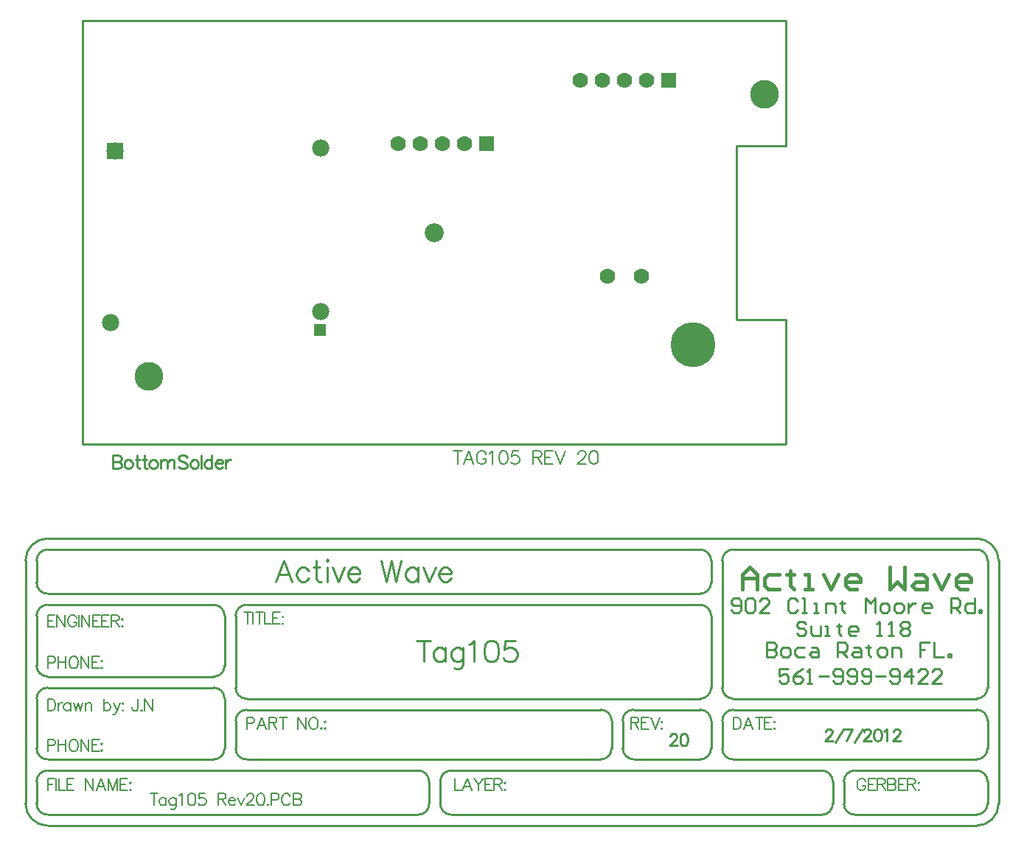
<source format=gbs>
%FSLAX25Y25*%
%MOIN*%
G70*
G01*
G75*
G04 Layer_Color=16711935*
%ADD10R,0.01378X0.03543*%
%ADD11R,0.01378X0.03543*%
%ADD12R,0.05700X0.03500*%
%ADD13R,0.23622X0.11811*%
%ADD14R,0.03000X0.03000*%
%ADD15R,0.05000X0.03600*%
%ADD16R,0.03600X0.03600*%
%ADD17R,0.11000X0.04500*%
%ADD18R,0.03600X0.03600*%
%ADD19R,0.03600X0.05000*%
%ADD20R,0.02000X0.05000*%
%ADD21O,0.01600X0.06000*%
%ADD22R,0.02362X0.02362*%
%ADD23R,0.06299X0.05118*%
%ADD24O,0.01600X0.06000*%
%ADD25R,0.09000X0.02362*%
%ADD26R,0.02362X0.10000*%
%ADD27R,0.07000X0.02362*%
%ADD28R,0.02362X0.09000*%
%ADD29O,0.02400X0.08000*%
%ADD30R,0.10000X0.07000*%
%ADD31R,0.10000X0.10000*%
%ADD32C,0.02000*%
%ADD33R,0.20000X0.10000*%
%ADD34R,0.16000X0.18000*%
%ADD35R,0.09055X0.06693*%
%ADD36R,0.08000X0.06000*%
%ADD37C,0.01200*%
%ADD38R,0.07000X0.11000*%
%ADD39R,0.03000X0.03000*%
%ADD40R,0.03937X0.02165*%
%ADD41C,0.04000*%
%ADD42R,0.07400X0.04500*%
%ADD43C,0.04000*%
%ADD44C,0.01500*%
%ADD45C,0.02500*%
%ADD46C,0.00600*%
%ADD47C,0.01600*%
%ADD48C,0.01000*%
%ADD49C,0.01400*%
%ADD50C,0.00800*%
%ADD51C,0.02000*%
%ADD52C,0.03000*%
%ADD53C,0.07400*%
%ADD54C,0.01200*%
%ADD55C,0.00984*%
%ADD56C,0.00900*%
%ADD57C,0.00500*%
%ADD58C,0.06200*%
%ADD59R,0.06200X0.06200*%
%ADD60C,0.19500*%
%ADD61C,0.07000*%
%ADD62C,0.07800*%
%ADD63C,0.12200*%
%ADD64R,0.05000X0.05000*%
%ADD65C,0.02800*%
%ADD66R,0.07000X0.07000*%
%ADD67C,0.05500*%
%ADD68C,0.00400*%
%ADD69C,0.00600*%
%ADD70R,0.27300X0.01800*%
%ADD71R,0.01778X0.03943*%
%ADD72R,0.01778X0.03943*%
%ADD73R,0.06500X0.04300*%
%ADD74R,0.24422X0.12611*%
%ADD75R,0.03800X0.03800*%
%ADD76R,0.05800X0.04400*%
%ADD77R,0.04400X0.04400*%
%ADD78R,0.11800X0.05300*%
%ADD79R,0.04400X0.04400*%
%ADD80R,0.04400X0.05800*%
%ADD81R,0.02800X0.05800*%
%ADD82O,0.02000X0.06400*%
%ADD83R,0.03162X0.03162*%
%ADD84R,0.07099X0.05918*%
%ADD85O,0.02000X0.06400*%
%ADD86R,0.09400X0.02762*%
%ADD87R,0.02762X0.10400*%
%ADD88R,0.07400X0.02762*%
%ADD89R,0.02762X0.09400*%
%ADD90O,0.03200X0.08800*%
%ADD91R,0.10800X0.07800*%
%ADD92R,0.10800X0.10800*%
%ADD93R,0.20800X0.10800*%
%ADD94R,0.16800X0.18800*%
%ADD95R,0.09855X0.07493*%
%ADD96R,0.08800X0.06800*%
%ADD97R,0.07800X0.11800*%
%ADD98R,0.03800X0.03800*%
%ADD99R,0.04737X0.02965*%
%ADD100C,0.04800*%
%ADD101R,0.08200X0.05300*%
%ADD102R,0.03400X0.03400*%
%ADD103R,0.03400X0.03400*%
%ADD104C,0.20300*%
%ADD105C,0.08600*%
%ADD106C,0.13000*%
%ADD107R,0.05800X0.05800*%
%ADD108R,0.07800X0.07800*%
D44*
X293352Y-70690D02*
Y-64025D01*
X296685Y-60693D01*
X300017Y-64025D01*
Y-70690D01*
Y-65691D01*
X293352D01*
X310014Y-64025D02*
X305015D01*
X303349Y-65691D01*
Y-69024D01*
X305015Y-70690D01*
X310014D01*
X315012Y-62359D02*
Y-64025D01*
X313346D01*
X316678D01*
X315012D01*
Y-69024D01*
X316678Y-70690D01*
X321676D02*
X325009D01*
X323342D01*
Y-64025D01*
X321676D01*
X330007D02*
X333339Y-70690D01*
X336672Y-64025D01*
X345002Y-70690D02*
X341670D01*
X340004Y-69024D01*
Y-65691D01*
X341670Y-64025D01*
X345002D01*
X346668Y-65691D01*
Y-67357D01*
X340004D01*
X359997Y-60693D02*
Y-70690D01*
X363330Y-67357D01*
X366662Y-70690D01*
Y-60693D01*
X371660Y-64025D02*
X374992D01*
X376659Y-65691D01*
Y-70690D01*
X371660D01*
X369994Y-69024D01*
X371660Y-67357D01*
X376659D01*
X379991Y-64025D02*
X383323Y-70690D01*
X386655Y-64025D01*
X394986Y-70690D02*
X391654D01*
X389988Y-69024D01*
Y-65691D01*
X391654Y-64025D01*
X394986D01*
X396652Y-65691D01*
Y-67357D01*
X389988D01*
D46*
X164501Y-8097D02*
Y-14100D01*
X162500Y-8097D02*
X166502D01*
X171790Y-14100D02*
X169503Y-8097D01*
X167216Y-14100D01*
X168074Y-12099D02*
X170932D01*
X177478Y-9527D02*
X177192Y-8955D01*
X176620Y-8383D01*
X176049Y-8097D01*
X174906D01*
X174334Y-8383D01*
X173762Y-8955D01*
X173476Y-9527D01*
X173190Y-10384D01*
Y-11813D01*
X173476Y-12671D01*
X173762Y-13242D01*
X174334Y-13814D01*
X174906Y-14100D01*
X176049D01*
X176620Y-13814D01*
X177192Y-13242D01*
X177478Y-12671D01*
Y-11813D01*
X176049D02*
X177478D01*
X178850Y-9241D02*
X179422Y-8955D01*
X180279Y-8097D01*
Y-14100D01*
X184967Y-8097D02*
X184109Y-8383D01*
X183538Y-9241D01*
X183252Y-10670D01*
Y-11527D01*
X183538Y-12957D01*
X184109Y-13814D01*
X184967Y-14100D01*
X185539D01*
X186396Y-13814D01*
X186968Y-12957D01*
X187254Y-11527D01*
Y-10670D01*
X186968Y-9241D01*
X186396Y-8383D01*
X185539Y-8097D01*
X184967D01*
X192027D02*
X189169D01*
X188883Y-10670D01*
X189169Y-10384D01*
X190026Y-10098D01*
X190884D01*
X191742Y-10384D01*
X192313Y-10956D01*
X192599Y-11813D01*
Y-12385D01*
X192313Y-13242D01*
X191742Y-13814D01*
X190884Y-14100D01*
X190026D01*
X189169Y-13814D01*
X188883Y-13528D01*
X188597Y-12957D01*
X198659Y-8097D02*
Y-14100D01*
Y-8097D02*
X201231D01*
X202089Y-8383D01*
X202375Y-8669D01*
X202661Y-9241D01*
Y-9812D01*
X202375Y-10384D01*
X202089Y-10670D01*
X201231Y-10956D01*
X198659D01*
X200660D02*
X202661Y-14100D01*
X207720Y-8097D02*
X204004D01*
Y-14100D01*
X207720D01*
X204004Y-10956D02*
X206291D01*
X208720Y-8097D02*
X211007Y-14100D01*
X213294Y-8097D02*
X211007Y-14100D01*
X219068Y-9527D02*
Y-9241D01*
X219354Y-8669D01*
X219639Y-8383D01*
X220211Y-8097D01*
X221355D01*
X221926Y-8383D01*
X222212Y-8669D01*
X222498Y-9241D01*
Y-9812D01*
X222212Y-10384D01*
X221640Y-11242D01*
X218782Y-14100D01*
X222784D01*
X225842Y-8097D02*
X224985Y-8383D01*
X224413Y-9241D01*
X224127Y-10670D01*
Y-11527D01*
X224413Y-12957D01*
X224985Y-13814D01*
X225842Y-14100D01*
X226414D01*
X227272Y-13814D01*
X227843Y-12957D01*
X228129Y-11527D01*
Y-10670D01*
X227843Y-9241D01*
X227272Y-8383D01*
X226414Y-8097D01*
X225842D01*
D48*
X-5000Y186500D02*
X313000D01*
Y130000D02*
Y186500D01*
X290500Y62000D02*
Y122900D01*
X313000Y-5000D02*
Y51400D01*
X-5000Y-5000D02*
X313000D01*
X-5000D02*
Y186500D01*
X299000Y51400D02*
X313000D01*
X290500D02*
Y63000D01*
Y51400D02*
X302000D01*
X290500Y121500D02*
Y130000D01*
X313000D01*
X404192Y-130118D02*
G03*
X399292Y-125218I-4900J0D01*
G01*
X289192D02*
G03*
X284192Y-130218I0J-5000D01*
G01*
X399192Y-120218D02*
G03*
X404192Y-115218I0J5000D01*
G01*
X284192D02*
G03*
X289192Y-120218I5000J0D01*
G01*
X-20808Y-47718D02*
G03*
X-30808Y-57718I0J-10000D01*
G01*
Y-167618D02*
G03*
X-20884Y-177716I10100J0D01*
G01*
X399192Y-177718D02*
G03*
X409192Y-167718I0J10000D01*
G01*
Y-57718D02*
G03*
X399192Y-47718I-10000J0D01*
G01*
X404192Y-57618D02*
G03*
X399121Y-52721I-4900J0D01*
G01*
X399192Y-147718D02*
G03*
X404192Y-142718I0J5000D01*
G01*
X404192Y-157630D02*
G03*
X399192Y-152717I-5000J-87D01*
G01*
Y-172718D02*
G03*
X404192Y-167718I0J5000D01*
G01*
X274192Y-147718D02*
G03*
X279192Y-142718I0J5000D01*
G01*
X284192Y-142818D02*
G03*
X289177Y-147717I4900J0D01*
G01*
X279192Y-130118D02*
G03*
X274292Y-125218I-4900J0D01*
G01*
X-25808Y-167718D02*
G03*
X-20895Y-172717I5000J0D01*
G01*
X274279Y-120218D02*
G03*
X279193Y-115218I-87J5000D01*
G01*
X-20808Y-152718D02*
G03*
X-25808Y-157718I0J-5000D01*
G01*
X279192Y-82718D02*
G03*
X274192Y-77718I-5000J0D01*
G01*
Y-72718D02*
G03*
X279192Y-67718I0J5000D01*
G01*
X289192Y-52718D02*
G03*
X284192Y-57718I0J-5000D01*
G01*
X279192D02*
G03*
X274192Y-52718I-5000J0D01*
G01*
X-20808D02*
G03*
X-25808Y-57718I0J-5000D01*
G01*
Y-67718D02*
G03*
X-20808Y-72718I5000J0D01*
G01*
Y-77718D02*
G03*
X-25808Y-82718I0J-5000D01*
G01*
Y-105218D02*
G03*
X-20808Y-110218I5000J0D01*
G01*
Y-115218D02*
G03*
X-25808Y-120218I0J-5000D01*
G01*
Y-142718D02*
G03*
X-20895Y-147717I5000J0D01*
G01*
X69192Y-77718D02*
G03*
X64192Y-82718I0J-5000D01*
G01*
X69192Y-125218D02*
G03*
X64192Y-130218I0J-5000D01*
G01*
X243992Y-125218D02*
G03*
X239199Y-130269I0J-4800D01*
G01*
X239192Y-142618D02*
G03*
X244203Y-147717I5100J0D01*
G01*
X229292Y-147718D02*
G03*
X234191Y-142732I0J4900D01*
G01*
X234192Y-130118D02*
G03*
X229292Y-125218I-4900J0D01*
G01*
X54292Y-147718D02*
G03*
X59192Y-142818I0J4900D01*
G01*
X64192D02*
G03*
X69092Y-147718I4900J0D01*
G01*
X64192Y-115318D02*
G03*
X69092Y-120218I4900J0D01*
G01*
X59192Y-120118D02*
G03*
X54121Y-115221I-4900J0D01*
G01*
X54392Y-110218D02*
G03*
X59192Y-105418I0J4800D01*
G01*
Y-82618D02*
G03*
X54292Y-77718I-4900J0D01*
G01*
X344192Y-152718D02*
G03*
X339192Y-157718I0J-5000D01*
G01*
Y-167818D02*
G03*
X344178Y-172717I4900J0D01*
G01*
X329308Y-172718D02*
G03*
X334190Y-167750I84J4800D01*
G01*
X334192Y-157718D02*
G03*
X329192Y-152718I-5000J0D01*
G01*
X156692Y-167718D02*
G03*
X161605Y-172717I5000J0D01*
G01*
X161692Y-152718D02*
G03*
X156692Y-157718I0J-5000D01*
G01*
X146808Y-172718D02*
G03*
X151690Y-167750I84J4800D01*
G01*
X151692Y-157718D02*
G03*
X146692Y-152718I-5000J0D01*
G01*
X404192Y-142718D02*
Y-130118D01*
X284192Y-142718D02*
Y-130218D01*
X404192Y-115218D02*
Y-57718D01*
X284192Y-115218D02*
Y-57718D01*
X-30808Y-167718D02*
Y-57718D01*
X-25808Y-167718D02*
Y-157718D01*
X404192Y-167718D02*
Y-157718D01*
X279192Y-142718D02*
Y-130218D01*
X239192Y-142718D02*
Y-130218D01*
X64192Y-142718D02*
Y-130218D01*
X234192Y-142718D02*
Y-130218D01*
X64192Y-115218D02*
Y-82718D01*
X279192Y-115218D02*
Y-82718D01*
Y-67718D02*
Y-57718D01*
X-25808Y-67718D02*
Y-57718D01*
X59192Y-105218D02*
Y-82718D01*
X-25808Y-105218D02*
Y-82718D01*
X59192Y-142718D02*
Y-120218D01*
X-25808Y-142718D02*
Y-120218D01*
X409192Y-167718D02*
Y-57718D01*
X339192Y-167718D02*
Y-157718D01*
X334192Y-167718D02*
Y-157718D01*
X156692Y-167718D02*
Y-157718D01*
X151692Y-167718D02*
Y-157718D01*
X289192Y-125218D02*
X399192D01*
X289192Y-120218D02*
X399192D01*
X69192D02*
X274192D01*
X289192Y-52718D02*
X399192D01*
X289192Y-147718D02*
X399192D01*
X244192Y-125218D02*
X274192D01*
X244192Y-147718D02*
X274192D01*
X69192D02*
X229192D01*
X69192Y-125218D02*
X229192D01*
X69192Y-77718D02*
X274192D01*
X-20808Y-72718D02*
X274192D01*
X-20808Y-77718D02*
X54192D01*
X-20808Y-110218D02*
X54192D01*
X-20808Y-115218D02*
X54192D01*
X-20808Y-147718D02*
X54192D01*
X-20808Y-47718D02*
X399192D01*
X-20808Y-177718D02*
X399192D01*
X-20808Y-52718D02*
X274192D01*
X344192Y-152718D02*
X399192D01*
X344192Y-172718D02*
X399192D01*
X161692Y-152718D02*
X329192D01*
X-20808D02*
X146692D01*
X-20808Y-172718D02*
X146692D01*
X161692D02*
X329192D01*
X322117Y-86358D02*
X321051Y-85292D01*
X318919D01*
X317852Y-86358D01*
Y-87424D01*
X318919Y-88491D01*
X321051D01*
X322117Y-89557D01*
Y-90623D01*
X321051Y-91690D01*
X318919D01*
X317852Y-90623D01*
X324250Y-87424D02*
Y-90623D01*
X325317Y-91690D01*
X328516D01*
Y-87424D01*
X330648Y-91690D02*
X332781D01*
X331714D01*
Y-87424D01*
X330648D01*
X337046Y-86358D02*
Y-87424D01*
X335980D01*
X338112D01*
X337046D01*
Y-90623D01*
X338112Y-91690D01*
X344510D02*
X342378D01*
X341311Y-90623D01*
Y-88491D01*
X342378Y-87424D01*
X344510D01*
X345577Y-88491D01*
Y-89557D01*
X341311D01*
X354107Y-91690D02*
X356240D01*
X355173D01*
Y-85292D01*
X354107Y-86358D01*
X359439Y-91690D02*
X361571D01*
X360505D01*
Y-85292D01*
X359439Y-86358D01*
X364770D02*
X365837Y-85292D01*
X367969D01*
X369036Y-86358D01*
Y-87424D01*
X367969Y-88491D01*
X369036Y-89557D01*
Y-90623D01*
X367969Y-91690D01*
X365837D01*
X364770Y-90623D01*
Y-89557D01*
X365837Y-88491D01*
X364770Y-87424D01*
Y-86358D01*
X365837Y-88491D02*
X367969D01*
X314118Y-106792D02*
X309852D01*
Y-109991D01*
X311985Y-108924D01*
X313051D01*
X314118Y-109991D01*
Y-112123D01*
X313051Y-113190D01*
X310919D01*
X309852Y-112123D01*
X320515Y-106792D02*
X318383Y-107858D01*
X316250Y-109991D01*
Y-112123D01*
X317317Y-113190D01*
X319449D01*
X320515Y-112123D01*
Y-111057D01*
X319449Y-109991D01*
X316250D01*
X322648Y-113190D02*
X324781D01*
X323714D01*
Y-106792D01*
X322648Y-107858D01*
X327980Y-109991D02*
X332245D01*
X334378Y-112123D02*
X335444Y-113190D01*
X337577D01*
X338643Y-112123D01*
Y-107858D01*
X337577Y-106792D01*
X335444D01*
X334378Y-107858D01*
Y-108924D01*
X335444Y-109991D01*
X338643D01*
X340776Y-112123D02*
X341842Y-113190D01*
X343974D01*
X345041Y-112123D01*
Y-107858D01*
X343974Y-106792D01*
X341842D01*
X340776Y-107858D01*
Y-108924D01*
X341842Y-109991D01*
X345041D01*
X347174Y-112123D02*
X348240Y-113190D01*
X350373D01*
X351439Y-112123D01*
Y-107858D01*
X350373Y-106792D01*
X348240D01*
X347174Y-107858D01*
Y-108924D01*
X348240Y-109991D01*
X351439D01*
X353571D02*
X357837D01*
X359969Y-112123D02*
X361036Y-113190D01*
X363168D01*
X364235Y-112123D01*
Y-107858D01*
X363168Y-106792D01*
X361036D01*
X359969Y-107858D01*
Y-108924D01*
X361036Y-109991D01*
X364235D01*
X369566Y-113190D02*
Y-106792D01*
X366367Y-109991D01*
X370633D01*
X377030Y-113190D02*
X372765D01*
X377030Y-108924D01*
Y-107858D01*
X375964Y-106792D01*
X373832D01*
X372765Y-107858D01*
X383428Y-113190D02*
X379163D01*
X383428Y-108924D01*
Y-107858D01*
X382362Y-106792D01*
X380229D01*
X379163Y-107858D01*
X288352Y-80123D02*
X289419Y-81190D01*
X291551D01*
X292618Y-80123D01*
Y-75858D01*
X291551Y-74792D01*
X289419D01*
X288352Y-75858D01*
Y-76925D01*
X289419Y-77991D01*
X292618D01*
X294750Y-75858D02*
X295816Y-74792D01*
X297949D01*
X299015Y-75858D01*
Y-80123D01*
X297949Y-81190D01*
X295816D01*
X294750Y-80123D01*
Y-75858D01*
X305413Y-81190D02*
X301148D01*
X305413Y-76925D01*
Y-75858D01*
X304347Y-74792D01*
X302214D01*
X301148Y-75858D01*
X318209D02*
X317143Y-74792D01*
X315010D01*
X313944Y-75858D01*
Y-80123D01*
X315010Y-81190D01*
X317143D01*
X318209Y-80123D01*
X320342Y-81190D02*
X322475D01*
X321408D01*
Y-74792D01*
X320342D01*
X325674Y-81190D02*
X327806D01*
X326740D01*
Y-76925D01*
X325674D01*
X331005Y-81190D02*
Y-76925D01*
X334204D01*
X335270Y-77991D01*
Y-81190D01*
X338469Y-75858D02*
Y-76925D01*
X337403D01*
X339536D01*
X338469D01*
Y-80123D01*
X339536Y-81190D01*
X349133D02*
Y-74792D01*
X351265Y-76925D01*
X353398Y-74792D01*
Y-81190D01*
X356597D02*
X358730D01*
X359796Y-80123D01*
Y-77991D01*
X358730Y-76925D01*
X356597D01*
X355531Y-77991D01*
Y-80123D01*
X356597Y-81190D01*
X362995D02*
X365127D01*
X366194Y-80123D01*
Y-77991D01*
X365127Y-76925D01*
X362995D01*
X361928Y-77991D01*
Y-80123D01*
X362995Y-81190D01*
X368326Y-76925D02*
Y-81190D01*
Y-79057D01*
X369393Y-77991D01*
X370459Y-76925D01*
X371525D01*
X377923Y-81190D02*
X375791D01*
X374724Y-80123D01*
Y-77991D01*
X375791Y-76925D01*
X377923D01*
X378990Y-77991D01*
Y-79057D01*
X374724D01*
X387520Y-81190D02*
Y-74792D01*
X390719D01*
X391785Y-75858D01*
Y-77991D01*
X390719Y-79057D01*
X387520D01*
X389653D02*
X391785Y-81190D01*
X398183Y-74792D02*
Y-81190D01*
X394984D01*
X393918Y-80123D01*
Y-77991D01*
X394984Y-76925D01*
X398183D01*
X400316Y-81190D02*
Y-80123D01*
X401382D01*
Y-81190D01*
X400316D01*
X304352Y-94792D02*
Y-101190D01*
X307551D01*
X308617Y-100123D01*
Y-99057D01*
X307551Y-97991D01*
X304352D01*
X307551D01*
X308617Y-96925D01*
Y-95858D01*
X307551Y-94792D01*
X304352D01*
X311817Y-101190D02*
X313949D01*
X315016Y-100123D01*
Y-97991D01*
X313949Y-96925D01*
X311817D01*
X310750Y-97991D01*
Y-100123D01*
X311817Y-101190D01*
X321413Y-96925D02*
X318214D01*
X317148Y-97991D01*
Y-100123D01*
X318214Y-101190D01*
X321413D01*
X324612Y-96925D02*
X326745D01*
X327811Y-97991D01*
Y-101190D01*
X324612D01*
X323546Y-100123D01*
X324612Y-99057D01*
X327811D01*
X336342Y-101190D02*
Y-94792D01*
X339541D01*
X340607Y-95858D01*
Y-97991D01*
X339541Y-99057D01*
X336342D01*
X338474D02*
X340607Y-101190D01*
X343806Y-96925D02*
X345939D01*
X347005Y-97991D01*
Y-101190D01*
X343806D01*
X342740Y-100123D01*
X343806Y-99057D01*
X347005D01*
X350204Y-95858D02*
Y-96925D01*
X349138D01*
X351270D01*
X350204D01*
Y-100123D01*
X351270Y-101190D01*
X355536D02*
X357668D01*
X358735Y-100123D01*
Y-97991D01*
X357668Y-96925D01*
X355536D01*
X354469Y-97991D01*
Y-100123D01*
X355536Y-101190D01*
X360867D02*
Y-96925D01*
X364066D01*
X365133Y-97991D01*
Y-101190D01*
X377928Y-94792D02*
X373663D01*
Y-97991D01*
X375796D01*
X373663D01*
Y-101190D01*
X380061Y-94792D02*
Y-101190D01*
X384326D01*
X386459D02*
Y-100123D01*
X387525D01*
Y-101190D01*
X386459D01*
D50*
X20028Y-120491D02*
Y-124554D01*
X19774Y-125315D01*
X19520Y-125569D01*
X19012Y-125823D01*
X18504D01*
X17996Y-125569D01*
X17742Y-125315D01*
X17489Y-124554D01*
Y-124046D01*
X21653Y-125315D02*
X21399Y-125569D01*
X21653Y-125823D01*
X21907Y-125569D01*
X21653Y-125315D01*
X23075Y-120491D02*
Y-125823D01*
Y-120491D02*
X26629Y-125823D01*
Y-120491D02*
Y-125823D01*
D55*
X8500Y-10097D02*
Y-16100D01*
Y-10097D02*
X11073D01*
X11930Y-10383D01*
X12216Y-10669D01*
X12502Y-11241D01*
Y-11812D01*
X12216Y-12384D01*
X11930Y-12670D01*
X11073Y-12956D01*
X8500D02*
X11073D01*
X11930Y-13242D01*
X12216Y-13527D01*
X12502Y-14099D01*
Y-14957D01*
X12216Y-15528D01*
X11930Y-15814D01*
X11073Y-16100D01*
X8500D01*
X15274Y-12098D02*
X14703Y-12384D01*
X14131Y-12956D01*
X13845Y-13813D01*
Y-14385D01*
X14131Y-15243D01*
X14703Y-15814D01*
X15274Y-16100D01*
X16132D01*
X16704Y-15814D01*
X17275Y-15243D01*
X17561Y-14385D01*
Y-13813D01*
X17275Y-12956D01*
X16704Y-12384D01*
X16132Y-12098D01*
X15274D01*
X19734Y-10097D02*
Y-14957D01*
X20019Y-15814D01*
X20591Y-16100D01*
X21163D01*
X18876Y-12098D02*
X20877D01*
X22878Y-10097D02*
Y-14957D01*
X23164Y-15814D01*
X23735Y-16100D01*
X24307D01*
X22020Y-12098D02*
X24021D01*
X26594D02*
X26022Y-12384D01*
X25450Y-12956D01*
X25164Y-13813D01*
Y-14385D01*
X25450Y-15243D01*
X26022Y-15814D01*
X26594Y-16100D01*
X27451D01*
X28023Y-15814D01*
X28595Y-15243D01*
X28881Y-14385D01*
Y-13813D01*
X28595Y-12956D01*
X28023Y-12384D01*
X27451Y-12098D01*
X26594D01*
X30195D02*
Y-16100D01*
Y-13242D02*
X31053Y-12384D01*
X31624Y-12098D01*
X32482D01*
X33054Y-12384D01*
X33340Y-13242D01*
Y-16100D01*
Y-13242D02*
X34197Y-12384D01*
X34769Y-12098D01*
X35626D01*
X36198Y-12384D01*
X36484Y-13242D01*
Y-16100D01*
X42372Y-10955D02*
X41800Y-10383D01*
X40943Y-10097D01*
X39800D01*
X38942Y-10383D01*
X38370Y-10955D01*
Y-11527D01*
X38656Y-12098D01*
X38942Y-12384D01*
X39514Y-12670D01*
X41229Y-13242D01*
X41800Y-13527D01*
X42086Y-13813D01*
X42372Y-14385D01*
Y-15243D01*
X41800Y-15814D01*
X40943Y-16100D01*
X39800D01*
X38942Y-15814D01*
X38370Y-15243D01*
X45145Y-12098D02*
X44573Y-12384D01*
X44001Y-12956D01*
X43716Y-13813D01*
Y-14385D01*
X44001Y-15243D01*
X44573Y-15814D01*
X45145Y-16100D01*
X46002D01*
X46574Y-15814D01*
X47146Y-15243D01*
X47431Y-14385D01*
Y-13813D01*
X47146Y-12956D01*
X46574Y-12384D01*
X46002Y-12098D01*
X45145D01*
X48746Y-10097D02*
Y-16100D01*
X53434Y-10097D02*
Y-16100D01*
Y-12956D02*
X52863Y-12384D01*
X52291Y-12098D01*
X51433D01*
X50862Y-12384D01*
X50290Y-12956D01*
X50004Y-13813D01*
Y-14385D01*
X50290Y-15243D01*
X50862Y-15814D01*
X51433Y-16100D01*
X52291D01*
X52863Y-15814D01*
X53434Y-15243D01*
X55035Y-13813D02*
X58465D01*
Y-13242D01*
X58179Y-12670D01*
X57893Y-12384D01*
X57322Y-12098D01*
X56464D01*
X55892Y-12384D01*
X55321Y-12956D01*
X55035Y-13813D01*
Y-14385D01*
X55321Y-15243D01*
X55892Y-15814D01*
X56464Y-16100D01*
X57322D01*
X57893Y-15814D01*
X58465Y-15243D01*
X59751Y-12098D02*
Y-16100D01*
Y-13813D02*
X60037Y-12956D01*
X60609Y-12384D01*
X61180Y-12098D01*
X62038D01*
D56*
X330923Y-135201D02*
Y-134947D01*
X331177Y-134439D01*
X331431Y-134185D01*
X331939Y-133931D01*
X332954D01*
X333462Y-134185D01*
X333716Y-134439D01*
X333970Y-134947D01*
Y-135455D01*
X333716Y-135963D01*
X333208Y-136724D01*
X330669Y-139264D01*
X334224D01*
X335417Y-140025D02*
X338972Y-133931D01*
X342882D02*
X340343Y-139264D01*
X339328Y-133931D02*
X342882D01*
X344076Y-140025D02*
X347631Y-133931D01*
X348240Y-135201D02*
Y-134947D01*
X348494Y-134439D01*
X348748Y-134185D01*
X349256Y-133931D01*
X350272D01*
X350779Y-134185D01*
X351033Y-134439D01*
X351287Y-134947D01*
Y-135455D01*
X351033Y-135963D01*
X350525Y-136724D01*
X347986Y-139264D01*
X351541D01*
X354258Y-133931D02*
X353496Y-134185D01*
X352988Y-134947D01*
X352734Y-136217D01*
Y-136978D01*
X352988Y-138248D01*
X353496Y-139010D01*
X354258Y-139264D01*
X354766D01*
X355528Y-139010D01*
X356035Y-138248D01*
X356289Y-136978D01*
Y-136217D01*
X356035Y-134947D01*
X355528Y-134185D01*
X354766Y-133931D01*
X354258D01*
X357483Y-134947D02*
X357991Y-134693D01*
X358752Y-133931D01*
Y-139264D01*
X361647Y-135201D02*
Y-134947D01*
X361901Y-134439D01*
X362155Y-134185D01*
X362663Y-133931D01*
X363678D01*
X364186Y-134185D01*
X364440Y-134439D01*
X364694Y-134947D01*
Y-135455D01*
X364440Y-135963D01*
X363932Y-136724D01*
X361393Y-139264D01*
X364948D01*
X260696Y-137405D02*
Y-137151D01*
X260950Y-136643D01*
X261204Y-136389D01*
X261712Y-136135D01*
X262727D01*
X263235Y-136389D01*
X263489Y-136643D01*
X263743Y-137151D01*
Y-137659D01*
X263489Y-138167D01*
X262981Y-138928D01*
X260442Y-141468D01*
X263997D01*
X266714Y-136135D02*
X265952Y-136389D01*
X265444Y-137151D01*
X265190Y-138421D01*
Y-139182D01*
X265444Y-140452D01*
X265952Y-141214D01*
X266714Y-141468D01*
X267221D01*
X267983Y-141214D01*
X268491Y-140452D01*
X268745Y-139182D01*
Y-138421D01*
X268491Y-137151D01*
X267983Y-136389D01*
X267221Y-136135D01*
X266714D01*
X89505Y-67218D02*
X85848Y-57620D01*
X82192Y-67218D01*
X83563Y-64018D02*
X88134D01*
X97229Y-62190D02*
X96315Y-61276D01*
X95401Y-60819D01*
X94029D01*
X93115Y-61276D01*
X92201Y-62190D01*
X91744Y-63561D01*
Y-64475D01*
X92201Y-65847D01*
X93115Y-66761D01*
X94029Y-67218D01*
X95401D01*
X96315Y-66761D01*
X97229Y-65847D01*
X100656Y-57620D02*
Y-65390D01*
X101114Y-66761D01*
X102028Y-67218D01*
X102942D01*
X99285Y-60819D02*
X102485D01*
X105227Y-57620D02*
X105684Y-58077D01*
X106141Y-57620D01*
X105684Y-57163D01*
X105227Y-57620D01*
X105684Y-60819D02*
Y-67218D01*
X107832Y-60819D02*
X110574Y-67218D01*
X113317Y-60819D02*
X110574Y-67218D01*
X114871Y-63561D02*
X120355D01*
Y-62647D01*
X119898Y-61733D01*
X119441Y-61276D01*
X118527Y-60819D01*
X117156D01*
X116242Y-61276D01*
X115328Y-62190D01*
X114871Y-63561D01*
Y-64475D01*
X115328Y-65847D01*
X116242Y-66761D01*
X117156Y-67218D01*
X118527D01*
X119441Y-66761D01*
X120355Y-65847D01*
X129953Y-57620D02*
X132238Y-67218D01*
X134523Y-57620D02*
X132238Y-67218D01*
X134523Y-57620D02*
X136809Y-67218D01*
X139094Y-57620D02*
X136809Y-67218D01*
X146498Y-60819D02*
Y-67218D01*
Y-62190D02*
X145584Y-61276D01*
X144670Y-60819D01*
X143299D01*
X142385Y-61276D01*
X141471Y-62190D01*
X141014Y-63561D01*
Y-64475D01*
X141471Y-65847D01*
X142385Y-66761D01*
X143299Y-67218D01*
X144670D01*
X145584Y-66761D01*
X146498Y-65847D01*
X149058Y-60819D02*
X151800Y-67218D01*
X154542Y-60819D02*
X151800Y-67218D01*
X156096Y-63561D02*
X161581D01*
Y-62647D01*
X161124Y-61733D01*
X160667Y-61276D01*
X159752Y-60819D01*
X158381D01*
X157467Y-61276D01*
X156553Y-62190D01*
X156096Y-63561D01*
Y-64475D01*
X156553Y-65847D01*
X157467Y-66761D01*
X158381Y-67218D01*
X159752D01*
X160667Y-66761D01*
X161581Y-65847D01*
X149199Y-93902D02*
Y-103500D01*
X146000Y-93902D02*
X152399D01*
X159026Y-97101D02*
Y-103500D01*
Y-98472D02*
X158112Y-97558D01*
X157198Y-97101D01*
X155826D01*
X154912Y-97558D01*
X153998Y-98472D01*
X153541Y-99844D01*
Y-100758D01*
X153998Y-102129D01*
X154912Y-103043D01*
X155826Y-103500D01*
X157198D01*
X158112Y-103043D01*
X159026Y-102129D01*
X167070Y-97101D02*
Y-104414D01*
X166613Y-105785D01*
X166156Y-106242D01*
X165242Y-106699D01*
X163871D01*
X162956Y-106242D01*
X167070Y-98472D02*
X166156Y-97558D01*
X165242Y-97101D01*
X163871D01*
X162956Y-97558D01*
X162042Y-98472D01*
X161585Y-99844D01*
Y-100758D01*
X162042Y-102129D01*
X162956Y-103043D01*
X163871Y-103500D01*
X165242D01*
X166156Y-103043D01*
X167070Y-102129D01*
X169629Y-95730D02*
X170543Y-95273D01*
X171914Y-93902D01*
Y-103500D01*
X179410Y-93902D02*
X178039Y-94359D01*
X177125Y-95730D01*
X176668Y-98015D01*
Y-99387D01*
X177125Y-101672D01*
X178039Y-103043D01*
X179410Y-103500D01*
X180324D01*
X181695Y-103043D01*
X182609Y-101672D01*
X183066Y-99387D01*
Y-98015D01*
X182609Y-95730D01*
X181695Y-94359D01*
X180324Y-93902D01*
X179410D01*
X190699D02*
X186128D01*
X185671Y-98015D01*
X186128Y-97558D01*
X187500Y-97101D01*
X188871D01*
X190242Y-97558D01*
X191156Y-98472D01*
X191613Y-99844D01*
Y-100758D01*
X191156Y-102129D01*
X190242Y-103043D01*
X188871Y-103500D01*
X187500D01*
X186128Y-103043D01*
X185671Y-102586D01*
X185214Y-101672D01*
D57*
X289192Y-128636D02*
Y-133968D01*
Y-128636D02*
X290969D01*
X291731Y-128889D01*
X292239Y-129397D01*
X292493Y-129905D01*
X292747Y-130667D01*
Y-131936D01*
X292493Y-132698D01*
X292239Y-133206D01*
X291731Y-133714D01*
X290969Y-133968D01*
X289192D01*
X298003D02*
X295971Y-128636D01*
X293940Y-133968D01*
X294702Y-132190D02*
X297241D01*
X301024Y-128636D02*
Y-133968D01*
X299247Y-128636D02*
X302802D01*
X306737D02*
X303437D01*
Y-133968D01*
X306737D01*
X303437Y-131175D02*
X305468D01*
X307880Y-130413D02*
X307626Y-130667D01*
X307880Y-130921D01*
X308134Y-130667D01*
X307880Y-130413D01*
Y-133460D02*
X307626Y-133714D01*
X307880Y-133968D01*
X308134Y-133714D01*
X307880Y-133460D01*
X242942Y-128636D02*
Y-133968D01*
Y-128636D02*
X245227D01*
X245989Y-128889D01*
X246243Y-129143D01*
X246497Y-129651D01*
Y-130159D01*
X246243Y-130667D01*
X245989Y-130921D01*
X245227Y-131175D01*
X242942D01*
X244719D02*
X246497Y-133968D01*
X250991Y-128636D02*
X247690D01*
Y-133968D01*
X250991D01*
X247690Y-131175D02*
X249722D01*
X251880Y-128636D02*
X253911Y-133968D01*
X255943Y-128636D02*
X253911Y-133968D01*
X256882Y-130413D02*
X256628Y-130667D01*
X256882Y-130921D01*
X257136Y-130667D01*
X256882Y-130413D01*
Y-133460D02*
X256628Y-133714D01*
X256882Y-133968D01*
X257136Y-133714D01*
X256882Y-133460D01*
X-20808Y-103928D02*
X-18523D01*
X-17761Y-103675D01*
X-17507Y-103421D01*
X-17253Y-102913D01*
Y-102151D01*
X-17507Y-101643D01*
X-17761Y-101389D01*
X-18523Y-101136D01*
X-20808D01*
Y-106468D01*
X-16060Y-101136D02*
Y-106468D01*
X-12505Y-101136D02*
Y-106468D01*
X-16060Y-103675D02*
X-12505D01*
X-9509Y-101136D02*
X-10017Y-101389D01*
X-10524Y-101897D01*
X-10778Y-102405D01*
X-11032Y-103167D01*
Y-104436D01*
X-10778Y-105198D01*
X-10524Y-105706D01*
X-10017Y-106214D01*
X-9509Y-106468D01*
X-8493D01*
X-7985Y-106214D01*
X-7478Y-105706D01*
X-7224Y-105198D01*
X-6970Y-104436D01*
Y-103167D01*
X-7224Y-102405D01*
X-7478Y-101897D01*
X-7985Y-101389D01*
X-8493Y-101136D01*
X-9509D01*
X-5725D02*
Y-106468D01*
Y-101136D02*
X-2171Y-106468D01*
Y-101136D02*
Y-106468D01*
X2603Y-101136D02*
X-698D01*
Y-106468D01*
X2603D01*
X-698Y-103675D02*
X1333D01*
X3746Y-102913D02*
X3492Y-103167D01*
X3746Y-103421D01*
X3999Y-103167D01*
X3746Y-102913D01*
Y-105960D02*
X3492Y-106214D01*
X3746Y-106468D01*
X3999Y-106214D01*
X3746Y-105960D01*
X-20808Y-141428D02*
X-18523D01*
X-17761Y-141175D01*
X-17507Y-140921D01*
X-17253Y-140413D01*
Y-139651D01*
X-17507Y-139143D01*
X-17761Y-138889D01*
X-18523Y-138636D01*
X-20808D01*
Y-143968D01*
X-16060Y-138636D02*
Y-143968D01*
X-12505Y-138636D02*
Y-143968D01*
X-16060Y-141175D02*
X-12505D01*
X-9509Y-138636D02*
X-10017Y-138889D01*
X-10524Y-139397D01*
X-10778Y-139905D01*
X-11032Y-140667D01*
Y-141936D01*
X-10778Y-142698D01*
X-10524Y-143206D01*
X-10017Y-143714D01*
X-9509Y-143968D01*
X-8493D01*
X-7985Y-143714D01*
X-7478Y-143206D01*
X-7224Y-142698D01*
X-6970Y-141936D01*
Y-140667D01*
X-7224Y-139905D01*
X-7478Y-139397D01*
X-7985Y-138889D01*
X-8493Y-138636D01*
X-9509D01*
X-5725D02*
Y-143968D01*
Y-138636D02*
X-2171Y-143968D01*
Y-138636D02*
Y-143968D01*
X2603Y-138636D02*
X-698D01*
Y-143968D01*
X2603D01*
X-698Y-141175D02*
X1333D01*
X3746Y-140413D02*
X3492Y-140667D01*
X3746Y-140921D01*
X3999Y-140667D01*
X3746Y-140413D01*
Y-143460D02*
X3492Y-143714D01*
X3746Y-143968D01*
X3999Y-143714D01*
X3746Y-143460D01*
X163192Y-156386D02*
Y-161718D01*
X166239D01*
X170886D02*
X168854Y-156386D01*
X166823Y-161718D01*
X167585Y-159940D02*
X170124D01*
X172130Y-156386D02*
X174161Y-158925D01*
Y-161718D01*
X176192Y-156386D02*
X174161Y-158925D01*
X180179Y-156386D02*
X176878D01*
Y-161718D01*
X180179D01*
X176878Y-158925D02*
X178909D01*
X181068Y-156386D02*
Y-161718D01*
Y-156386D02*
X183353D01*
X184115Y-156639D01*
X184369Y-156893D01*
X184622Y-157401D01*
Y-157909D01*
X184369Y-158417D01*
X184115Y-158671D01*
X183353Y-158925D01*
X181068D01*
X182845D02*
X184622Y-161718D01*
X186070Y-158163D02*
X185816Y-158417D01*
X186070Y-158671D01*
X186324Y-158417D01*
X186070Y-158163D01*
Y-161210D02*
X185816Y-161464D01*
X186070Y-161718D01*
X186324Y-161464D01*
X186070Y-161210D01*
X-17507Y-82385D02*
X-20808D01*
Y-87718D01*
X-17507D01*
X-20808Y-84925D02*
X-18777D01*
X-16618Y-82385D02*
Y-87718D01*
Y-82385D02*
X-13064Y-87718D01*
Y-82385D02*
Y-87718D01*
X-7782Y-83655D02*
X-8036Y-83147D01*
X-8544Y-82639D01*
X-9052Y-82385D01*
X-10067D01*
X-10575Y-82639D01*
X-11083Y-83147D01*
X-11337Y-83655D01*
X-11591Y-84417D01*
Y-85686D01*
X-11337Y-86448D01*
X-11083Y-86956D01*
X-10575Y-87464D01*
X-10067Y-87718D01*
X-9052D01*
X-8544Y-87464D01*
X-8036Y-86956D01*
X-7782Y-86448D01*
Y-85686D01*
X-9052D02*
X-7782D01*
X-6563Y-82385D02*
Y-87718D01*
X-5446Y-82385D02*
Y-87718D01*
Y-82385D02*
X-1891Y-87718D01*
Y-82385D02*
Y-87718D01*
X2882Y-82385D02*
X-419D01*
Y-87718D01*
X2882D01*
X-419Y-84925D02*
X1613D01*
X7072Y-82385D02*
X3771D01*
Y-87718D01*
X7072D01*
X3771Y-84925D02*
X5802D01*
X7961Y-82385D02*
Y-87718D01*
Y-82385D02*
X10246D01*
X11008Y-82639D01*
X11261Y-82893D01*
X11515Y-83401D01*
Y-83909D01*
X11261Y-84417D01*
X11008Y-84671D01*
X10246Y-84925D01*
X7961D01*
X9738D02*
X11515Y-87718D01*
X12963Y-84163D02*
X12709Y-84417D01*
X12963Y-84671D01*
X13217Y-84417D01*
X12963Y-84163D01*
Y-87210D02*
X12709Y-87464D01*
X12963Y-87718D01*
X13217Y-87464D01*
X12963Y-87210D01*
X69192Y-131429D02*
X71477D01*
X72239Y-131175D01*
X72493Y-130921D01*
X72747Y-130413D01*
Y-129651D01*
X72493Y-129143D01*
X72239Y-128889D01*
X71477Y-128636D01*
X69192D01*
Y-133968D01*
X78003D02*
X75972Y-128636D01*
X73940Y-133968D01*
X74702Y-132190D02*
X77241D01*
X79247Y-128636D02*
Y-133968D01*
Y-128636D02*
X81532D01*
X82294Y-128889D01*
X82548Y-129143D01*
X82802Y-129651D01*
Y-130159D01*
X82548Y-130667D01*
X82294Y-130921D01*
X81532Y-131175D01*
X79247D01*
X81024D02*
X82802Y-133968D01*
X85773Y-128636D02*
Y-133968D01*
X83995Y-128636D02*
X87550D01*
X92374D02*
Y-133968D01*
Y-128636D02*
X95929Y-133968D01*
Y-128636D02*
Y-133968D01*
X98926Y-128636D02*
X98418Y-128889D01*
X97910Y-129397D01*
X97656Y-129905D01*
X97402Y-130667D01*
Y-131936D01*
X97656Y-132698D01*
X97910Y-133206D01*
X98418Y-133714D01*
X98926Y-133968D01*
X99941D01*
X100449Y-133714D01*
X100957Y-133206D01*
X101211Y-132698D01*
X101465Y-131936D01*
Y-130667D01*
X101211Y-129905D01*
X100957Y-129397D01*
X100449Y-128889D01*
X99941Y-128636D01*
X98926D01*
X102963Y-133460D02*
X102709Y-133714D01*
X102963Y-133968D01*
X103217Y-133714D01*
X102963Y-133460D01*
X104639Y-130413D02*
X104385Y-130667D01*
X104639Y-130921D01*
X104893Y-130667D01*
X104639Y-130413D01*
Y-133460D02*
X104385Y-133714D01*
X104639Y-133968D01*
X104893Y-133714D01*
X104639Y-133460D01*
X69719Y-81135D02*
Y-86468D01*
X67942Y-81135D02*
X71497D01*
X72132D02*
Y-86468D01*
X75026Y-81135D02*
Y-86468D01*
X73249Y-81135D02*
X76804D01*
X77438D02*
Y-86468D01*
X80485D01*
X84370Y-81135D02*
X81069D01*
Y-86468D01*
X84370D01*
X81069Y-83675D02*
X83101D01*
X85513Y-82913D02*
X85259Y-83167D01*
X85513Y-83421D01*
X85767Y-83167D01*
X85513Y-82913D01*
Y-85960D02*
X85259Y-86214D01*
X85513Y-86468D01*
X85767Y-86214D01*
X85513Y-85960D01*
X-20808Y-120386D02*
Y-125718D01*
Y-120386D02*
X-19031D01*
X-18269Y-120639D01*
X-17761Y-121147D01*
X-17507Y-121655D01*
X-17253Y-122417D01*
Y-123686D01*
X-17507Y-124448D01*
X-17761Y-124956D01*
X-18269Y-125464D01*
X-19031Y-125718D01*
X-20808D01*
X-16060Y-122163D02*
Y-125718D01*
Y-123686D02*
X-15806Y-122925D01*
X-15298Y-122417D01*
X-14790Y-122163D01*
X-14029D01*
X-10499D02*
Y-125718D01*
Y-122925D02*
X-11007Y-122417D01*
X-11515Y-122163D01*
X-12276D01*
X-12784Y-122417D01*
X-13292Y-122925D01*
X-13546Y-123686D01*
Y-124194D01*
X-13292Y-124956D01*
X-12784Y-125464D01*
X-12276Y-125718D01*
X-11515D01*
X-11007Y-125464D01*
X-10499Y-124956D01*
X-9077Y-122163D02*
X-8061Y-125718D01*
X-7046Y-122163D02*
X-8061Y-125718D01*
X-7046Y-122163D02*
X-6030Y-125718D01*
X-5015Y-122163D02*
X-6030Y-125718D01*
X-3770Y-122163D02*
Y-125718D01*
Y-123179D02*
X-3008Y-122417D01*
X-2501Y-122163D01*
X-1739D01*
X-1231Y-122417D01*
X-977Y-123179D01*
Y-125718D01*
X4609Y-120386D02*
Y-125718D01*
Y-122925D02*
X5117Y-122417D01*
X5625Y-122163D01*
X6386D01*
X6894Y-122417D01*
X7402Y-122925D01*
X7656Y-123686D01*
Y-124194D01*
X7402Y-124956D01*
X6894Y-125464D01*
X6386Y-125718D01*
X5625D01*
X5117Y-125464D01*
X4609Y-124956D01*
X9052Y-122163D02*
X10576Y-125718D01*
X12099Y-122163D02*
X10576Y-125718D01*
X10068Y-126733D01*
X9560Y-127241D01*
X9052Y-127495D01*
X8799D01*
X13242Y-122163D02*
X12988Y-122417D01*
X13242Y-122671D01*
X13496Y-122417D01*
X13242Y-122163D01*
Y-125210D02*
X12988Y-125464D01*
X13242Y-125718D01*
X13496Y-125464D01*
X13242Y-125210D01*
X-20808Y-156386D02*
Y-161718D01*
Y-156386D02*
X-17507D01*
X-20808Y-158925D02*
X-18777D01*
X-16898Y-156386D02*
Y-161718D01*
X-15780Y-156386D02*
Y-161718D01*
X-12733D01*
X-8849Y-156386D02*
X-12150D01*
Y-161718D01*
X-8849D01*
X-12150Y-158925D02*
X-10118D01*
X-3770Y-156386D02*
Y-161718D01*
Y-156386D02*
X-216Y-161718D01*
Y-156386D02*
Y-161718D01*
X5320D02*
X3289Y-156386D01*
X1257Y-161718D01*
X2019Y-159940D02*
X4558D01*
X6564Y-156386D02*
Y-161718D01*
Y-156386D02*
X8595Y-161718D01*
X10627Y-156386D02*
X8595Y-161718D01*
X10627Y-156386D02*
Y-161718D01*
X15451Y-156386D02*
X12150D01*
Y-161718D01*
X15451D01*
X12150Y-158925D02*
X14182D01*
X16594Y-158163D02*
X16340Y-158417D01*
X16594Y-158671D01*
X16848Y-158417D01*
X16594Y-158163D01*
Y-161210D02*
X16340Y-161464D01*
X16594Y-161718D01*
X16848Y-161464D01*
X16594Y-161210D01*
X349001Y-157655D02*
X348747Y-157147D01*
X348239Y-156639D01*
X347731Y-156386D01*
X346715D01*
X346208Y-156639D01*
X345700Y-157147D01*
X345446Y-157655D01*
X345192Y-158417D01*
Y-159686D01*
X345446Y-160448D01*
X345700Y-160956D01*
X346208Y-161464D01*
X346715Y-161718D01*
X347731D01*
X348239Y-161464D01*
X348747Y-160956D01*
X349001Y-160448D01*
Y-159686D01*
X347731D02*
X349001D01*
X353520Y-156386D02*
X350219D01*
Y-161718D01*
X353520D01*
X350219Y-158925D02*
X352251D01*
X354409Y-156386D02*
Y-161718D01*
Y-156386D02*
X356694D01*
X357456Y-156639D01*
X357710Y-156893D01*
X357964Y-157401D01*
Y-157909D01*
X357710Y-158417D01*
X357456Y-158671D01*
X356694Y-158925D01*
X354409D01*
X356187D02*
X357964Y-161718D01*
X359157Y-156386D02*
Y-161718D01*
Y-156386D02*
X361443D01*
X362204Y-156639D01*
X362458Y-156893D01*
X362712Y-157401D01*
Y-157909D01*
X362458Y-158417D01*
X362204Y-158671D01*
X361443Y-158925D01*
X359157D02*
X361443D01*
X362204Y-159178D01*
X362458Y-159432D01*
X362712Y-159940D01*
Y-160702D01*
X362458Y-161210D01*
X362204Y-161464D01*
X361443Y-161718D01*
X359157D01*
X367206Y-156386D02*
X363906D01*
Y-161718D01*
X367206D01*
X363906Y-158925D02*
X365937D01*
X368095Y-156386D02*
Y-161718D01*
Y-156386D02*
X370380D01*
X371142Y-156639D01*
X371396Y-156893D01*
X371650Y-157401D01*
Y-157909D01*
X371396Y-158417D01*
X371142Y-158671D01*
X370380Y-158925D01*
X368095D01*
X369873D02*
X371650Y-161718D01*
X373097Y-158163D02*
X372843Y-158417D01*
X373097Y-158671D01*
X373351Y-158417D01*
X373097Y-158163D01*
Y-161210D02*
X372843Y-161464D01*
X373097Y-161718D01*
X373351Y-161464D01*
X373097Y-161210D01*
X27277Y-163168D02*
Y-168500D01*
X25500Y-163168D02*
X29055D01*
X32737Y-164945D02*
Y-168500D01*
Y-165707D02*
X32229Y-165199D01*
X31721Y-164945D01*
X30959D01*
X30451Y-165199D01*
X29943Y-165707D01*
X29690Y-166469D01*
Y-166976D01*
X29943Y-167738D01*
X30451Y-168246D01*
X30959Y-168500D01*
X31721D01*
X32229Y-168246D01*
X32737Y-167738D01*
X37205Y-164945D02*
Y-169008D01*
X36952Y-169770D01*
X36698Y-170024D01*
X36190Y-170277D01*
X35428D01*
X34920Y-170024D01*
X37205Y-165707D02*
X36698Y-165199D01*
X36190Y-164945D01*
X35428D01*
X34920Y-165199D01*
X34412Y-165707D01*
X34159Y-166469D01*
Y-166976D01*
X34412Y-167738D01*
X34920Y-168246D01*
X35428Y-168500D01*
X36190D01*
X36698Y-168246D01*
X37205Y-167738D01*
X38627Y-164183D02*
X39135Y-163929D01*
X39897Y-163168D01*
Y-168500D01*
X44061Y-163168D02*
X43299Y-163422D01*
X42792Y-164183D01*
X42538Y-165453D01*
Y-166215D01*
X42792Y-167484D01*
X43299Y-168246D01*
X44061Y-168500D01*
X44569D01*
X45331Y-168246D01*
X45839Y-167484D01*
X46093Y-166215D01*
Y-165453D01*
X45839Y-164183D01*
X45331Y-163422D01*
X44569Y-163168D01*
X44061D01*
X50333D02*
X47794D01*
X47540Y-165453D01*
X47794Y-165199D01*
X48555Y-164945D01*
X49317D01*
X50079Y-165199D01*
X50587Y-165707D01*
X50841Y-166469D01*
Y-166976D01*
X50587Y-167738D01*
X50079Y-168246D01*
X49317Y-168500D01*
X48555D01*
X47794Y-168246D01*
X47540Y-167992D01*
X47286Y-167484D01*
X56224Y-163168D02*
Y-168500D01*
Y-163168D02*
X58509D01*
X59271Y-163422D01*
X59525Y-163676D01*
X59778Y-164183D01*
Y-164691D01*
X59525Y-165199D01*
X59271Y-165453D01*
X58509Y-165707D01*
X56224D01*
X58001D02*
X59778Y-168500D01*
X60972Y-166469D02*
X64019D01*
Y-165961D01*
X63765Y-165453D01*
X63511Y-165199D01*
X63003Y-164945D01*
X62242D01*
X61734Y-165199D01*
X61226Y-165707D01*
X60972Y-166469D01*
Y-166976D01*
X61226Y-167738D01*
X61734Y-168246D01*
X62242Y-168500D01*
X63003D01*
X63511Y-168246D01*
X64019Y-167738D01*
X65162Y-164945D02*
X66685Y-168500D01*
X68208Y-164945D02*
X66685Y-168500D01*
X69326Y-164437D02*
Y-164183D01*
X69580Y-163676D01*
X69834Y-163422D01*
X70341Y-163168D01*
X71357D01*
X71865Y-163422D01*
X72119Y-163676D01*
X72373Y-164183D01*
Y-164691D01*
X72119Y-165199D01*
X71611Y-165961D01*
X69072Y-168500D01*
X72627D01*
X75344Y-163168D02*
X74582Y-163422D01*
X74074Y-164183D01*
X73820Y-165453D01*
Y-166215D01*
X74074Y-167484D01*
X74582Y-168246D01*
X75344Y-168500D01*
X75851D01*
X76613Y-168246D01*
X77121Y-167484D01*
X77375Y-166215D01*
Y-165453D01*
X77121Y-164183D01*
X76613Y-163422D01*
X75851Y-163168D01*
X75344D01*
X78822Y-167992D02*
X78568Y-168246D01*
X78822Y-168500D01*
X79076Y-168246D01*
X78822Y-167992D01*
X80244Y-165961D02*
X82529D01*
X83291Y-165707D01*
X83545Y-165453D01*
X83799Y-164945D01*
Y-164183D01*
X83545Y-163676D01*
X83291Y-163422D01*
X82529Y-163168D01*
X80244D01*
Y-168500D01*
X88801Y-164437D02*
X88547Y-163929D01*
X88039Y-163422D01*
X87531Y-163168D01*
X86516D01*
X86008Y-163422D01*
X85500Y-163929D01*
X85246Y-164437D01*
X84992Y-165199D01*
Y-166469D01*
X85246Y-167230D01*
X85500Y-167738D01*
X86008Y-168246D01*
X86516Y-168500D01*
X87531D01*
X88039Y-168246D01*
X88547Y-167738D01*
X88801Y-167230D01*
X90299Y-163168D02*
Y-168500D01*
Y-163168D02*
X92584D01*
X93346Y-163422D01*
X93600Y-163676D01*
X93854Y-164183D01*
Y-164691D01*
X93600Y-165199D01*
X93346Y-165453D01*
X92584Y-165707D01*
X90299D02*
X92584D01*
X93346Y-165961D01*
X93600Y-166215D01*
X93854Y-166723D01*
Y-167484D01*
X93600Y-167992D01*
X93346Y-168246D01*
X92584Y-168500D01*
X90299D01*
D61*
X240000Y159500D02*
D03*
X250000D02*
D03*
X230000D02*
D03*
X220000D02*
D03*
X167500Y131000D02*
D03*
X247754Y71112D02*
D03*
X232254D02*
D03*
X147500Y131000D02*
D03*
X157500D02*
D03*
X137500D02*
D03*
D62*
X9800Y127500D02*
D03*
X7600Y50100D02*
D03*
X102500Y129000D02*
D03*
X102600Y55000D02*
D03*
D66*
X260000Y159500D02*
D03*
X177500Y131000D02*
D03*
D104*
X271000Y40000D02*
D03*
D105*
X154015Y90700D02*
D03*
D106*
X303200Y153300D02*
D03*
X24932Y25484D02*
D03*
D107*
X102400Y46500D02*
D03*
D108*
X9800Y127500D02*
D03*
M02*

</source>
